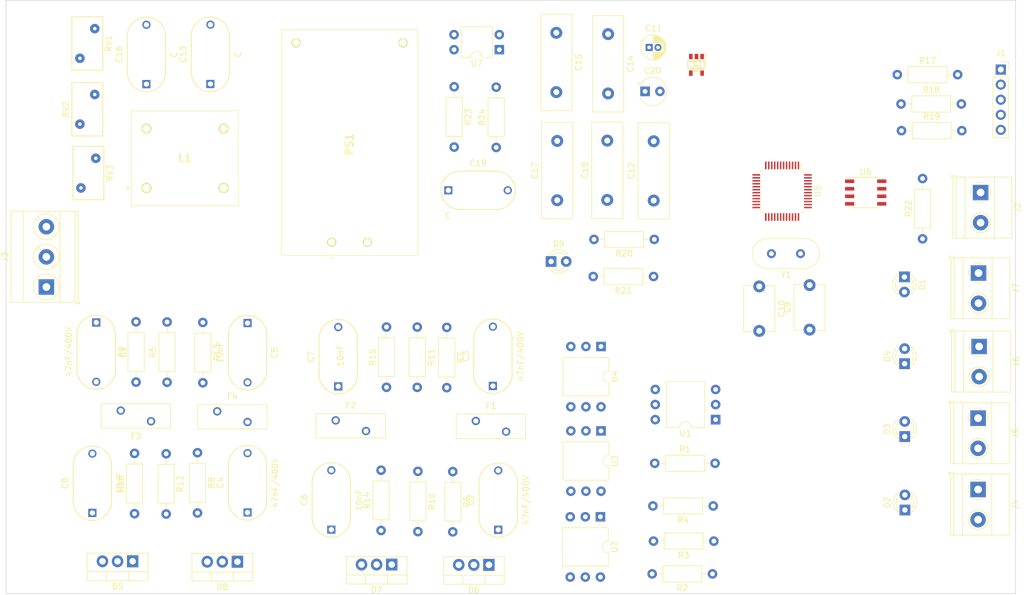
<source format=kicad_pcb>
(kicad_pcb (version 20171130) (host pcbnew 5.0.2-bee76a0~70~ubuntu16.04.1)
  (layers (0 F.Cu signal) (31 B.Cu signal) (34 B.Paste user) (35 F.Paste user) (36 B.SilkS user) (37 F.SilkS user) (38 B.Mask user) (39 F.Mask user) (44 Edge.Cuts user))
  (net 0 "")
  (net 1 "Net-(C3-Pad1)")
  (net 2 /Zero)
  (net 3 GND)
  (net 4 "Net-(R1-Pad2)")
  (net 5 "Net-(C1-Pad1)")
  (net 6 "Net-(C2-Pad1)")
  (net 7 "Net-(U1-Pad3)")
  (net 8 "Net-(U1-Pad5)")
  (net 9 /OUT_4)
  (net 10 /OUT_1)
  (net 11 /OUT_2)
  (net 12 /OUT_3)
  (net 13 "Net-(C4-Pad1)")
  (net 14 "Net-(C5-Pad1)")
  (net 15 "Net-(C6-Pad1)")
  (net 16 "Net-(C7-Pad1)")
  (net 17 "Net-(C8-Pad1)")
  (net 18 /OSC_IN)
  (net 19 /OSC_OUT)
  (net 20 +5V)
  (net 21 /NRST)
  (net 22 /AC_F1)
  (net 23 /AC_F2)
  (net 24 VCC)
  (net 25 /AC_Line1)
  (net 26 /AC_Line2)
  (net 27 "Net-(C19-Pad2)")
  (net 28 "Net-(D1-Pad2)")
  (net 29 "Net-(D2-Pad2)")
  (net 30 "Net-(D3-Pad2)")
  (net 31 "Net-(D4-Pad2)")
  (net 32 "Net-(D5-Pad3)")
  (net 33 /F4)
  (net 34 /F1)
  (net 35 "Net-(D6-Pad3)")
  (net 36 /F2)
  (net 37 "Net-(D7-Pad3)")
  (net 38 "Net-(D8-Pad3)")
  (net 39 /F3)
  (net 40 "Net-(D9-Pad2)")
  (net 41 "Net-(J1-Pad2)")
  (net 42 "Net-(J1-Pad3)")
  (net 43 "Net-(J1-Pad4)")
  (net 44 /CANL)
  (net 45 /CANH)
  (net 46 "Net-(J3-Pad2)")
  (net 47 "Net-(Q1-Pad4)")
  (net 48 /ON4)
  (net 49 /ON1)
  (net 50 "Net-(R2-Pad2)")
  (net 51 "Net-(R3-Pad2)")
  (net 52 /ON2)
  (net 53 "Net-(R4-Pad2)")
  (net 54 /ON3)
  (net 55 "Net-(R5-Pad1)")
  (net 56 "Net-(R6-Pad1)")
  (net 57 "Net-(R7-Pad1)")
  (net 58 "Net-(R8-Pad1)")
  (net 59 /JTMS)
  (net 60 /JTCK)
  (net 61 "Net-(R24-Pad2)")
  (net 62 "Net-(U2-Pad5)")
  (net 63 "Net-(U2-Pad3)")
  (net 64 "Net-(U3-Pad3)")
  (net 65 "Net-(U3-Pad5)")
  (net 66 "Net-(U4-Pad3)")
  (net 67 "Net-(U4-Pad5)")
  (net 68 "Net-(U5-Pad2)")
  (net 69 "Net-(U5-Pad3)")
  (net 70 "Net-(U5-Pad4)")
  (net 71 "Net-(U5-Pad10)")
  (net 72 "Net-(U5-Pad11)")
  (net 73 "Net-(U5-Pad12)")
  (net 74 "Net-(U5-Pad13)")
  (net 75 "Net-(U5-Pad18)")
  (net 76 "Net-(U5-Pad19)")
  (net 77 "Net-(U5-Pad20)")
  (net 78 "Net-(U5-Pad21)")
  (net 79 "Net-(U5-Pad22)")
  (net 80 "Net-(U5-Pad25)")
  (net 81 "Net-(U5-Pad26)")
  (net 82 "Net-(U5-Pad27)")
  (net 83 "Net-(U5-Pad28)")
  (net 84 "Net-(U5-Pad29)")
  (net 85 "Net-(U5-Pad30)")
  (net 86 "Net-(U5-Pad31)")
  (net 87 /RxD)
  (net 88 /TxD)
  (net 89 "Net-(U5-Pad38)")
  (net 90 "Net-(U5-Pad39)")
  (net 91 "Net-(U5-Pad40)")
  (net 92 "Net-(U5-Pad41)")
  (net 93 "Net-(U5-Pad42)")
  (net 94 "Net-(U5-Pad43)")
  (net 95 "Net-(U5-Pad44)")
  (net 96 "Net-(U5-Pad45)")
  (net 97 "Net-(U5-Pad46)")
  (net 98 "Net-(U6-Pad5)")
  (module ul_ECWF4473JL:ECW-F4473JL (layer F.Cu) (at 63.325 88.1 270)
    (fp_text reference C1 (at 0.01 -4.58 270) (layer F.SilkS))
    (fp_text value 47nF/400V (at -0.03 4.64 270) (layer F.SilkS))
    (fp_text user " " (at 0.05 6.2 270) (layer F.SilkS))
    (pad 2 thru_hole circle (at 5 0 270) (size 1.3716 1.3716) (drill 0.8636) (layers *.Cu *.Mask) (net 9 /OUT_4))
    (pad 1 thru_hole rect (at -5 0 270) (size 1.3716 1.3716) (drill 0.8636) (layers *.Cu *.Mask) (net 5 "Net-(C1-Pad1)"))
  )
  (module ul_ECWF4473JL:ECW-F4473JL (layer F.Cu) (at 131.016066 113.036043 90)
    (fp_text reference C2 (at 0.01 -4.58 90) (layer F.SilkS))
    (fp_text value 47nF/400V (at -0.03 4.64 90) (layer F.SilkS))
    (fp_text user " " (at 0.05 6.2 90) (layer F.SilkS))
    (pad 2 thru_hole circle (at 5 0 90) (size 1.3716 1.3716) (drill 0.8636) (layers *.Cu *.Mask) (net 10 /OUT_1))
    (pad 1 thru_hole rect (at -5 0 90) (size 1.3716 1.3716) (drill 0.8636) (layers *.Cu *.Mask) (net 6 "Net-(C2-Pad1)"))
  )
  (module ul_ECWF4473JL:ECW-F4473JL (layer F.Cu) (at 130.125 88.8 90)
    (fp_text reference C3 (at 0.01 -4.58 90) (layer F.SilkS))
    (fp_text value 47nF/400V (at -0.03 4.64 90) (layer F.SilkS))
    (fp_text user " " (at 0.05 6.2 90) (layer F.SilkS))
    (pad 1 thru_hole rect (at -5 0 90) (size 1.3716 1.3716) (drill 0.8636) (layers *.Cu *.Mask) (net 1 "Net-(C3-Pad1)"))
    (pad 2 thru_hole circle (at 5 0 90) (size 1.3716 1.3716) (drill 0.8636) (layers *.Cu *.Mask) (net 11 /OUT_2))
  )
  (module ul_ECWF4473JL:ECW-F4473JL (layer F.Cu) (at 88.8 110.125 90)
    (fp_text reference C4 (at 0.01 -4.58 90) (layer F.SilkS))
    (fp_text value 47nF/400V (at -0.03 4.64 90) (layer F.SilkS))
    (fp_text user " " (at 0.05 6.2 90) (layer F.SilkS))
    (pad 2 thru_hole circle (at 5 0 90) (size 1.3716 1.3716) (drill 0.8636) (layers *.Cu *.Mask) (net 12 /OUT_3))
    (pad 1 thru_hole rect (at -5 0 90) (size 1.3716 1.3716) (drill 0.8636) (layers *.Cu *.Mask) (net 13 "Net-(C4-Pad1)"))
  )
  (module ul_ECWF4473JL:ECW-F4473JL (layer F.Cu) (at 88.8 88.2 270)
    (fp_text reference C5 (at 0.01 -4.58 270) (layer F.SilkS))
    (fp_text value 10nF (at -0.03 4.64 270) (layer F.SilkS))
    (fp_text user " " (at 0.05 6.2 270) (layer F.SilkS))
    (pad 1 thru_hole rect (at -5 0 270) (size 1.3716 1.3716) (drill 0.8636) (layers *.Cu *.Mask) (net 14 "Net-(C5-Pad1)"))
    (pad 2 thru_hole circle (at 5 0 270) (size 1.3716 1.3716) (drill 0.8636) (layers *.Cu *.Mask) (net 9 /OUT_4))
  )
  (module ul_ECWF4473JL:ECW-F4473JL (layer F.Cu) (at 102.916066 113.011043 90)
    (fp_text reference C6 (at 0.01 -4.58 90) (layer F.SilkS))
    (fp_text value 10nF (at -0.03 4.64 90) (layer F.SilkS))
    (fp_text user " " (at 0.05 6.2 90) (layer F.SilkS))
    (pad 1 thru_hole rect (at -5 0 90) (size 1.3716 1.3716) (drill 0.8636) (layers *.Cu *.Mask) (net 15 "Net-(C6-Pad1)"))
    (pad 2 thru_hole circle (at 5 0 90) (size 1.3716 1.3716) (drill 0.8636) (layers *.Cu *.Mask) (net 10 /OUT_1))
  )
  (module ul_ECWF4473JL:ECW-F4473JL (layer F.Cu) (at 104.075 88.875 90)
    (fp_text reference C7 (at 0.01 -4.58 90) (layer F.SilkS))
    (fp_text value 10nF (at 0.175 0.375 90) (layer F.SilkS))
    (fp_text user " " (at 0.05 6.2 90) (layer F.SilkS))
    (pad 2 thru_hole circle (at 5 0 90) (size 1.3716 1.3716) (drill 0.8636) (layers *.Cu *.Mask) (net 11 /OUT_2))
    (pad 1 thru_hole rect (at -5 0 90) (size 1.3716 1.3716) (drill 0.8636) (layers *.Cu *.Mask) (net 16 "Net-(C7-Pad1)"))
  )
  (module ul_ECWF4473JL:ECW-F4473JL (layer F.Cu) (at 62.675 110.2 90)
    (fp_text reference C8 (at 0.01 -4.58 90) (layer F.SilkS))
    (fp_text value 10nF (at -0.03 4.64 90) (layer F.SilkS))
    (fp_text user " " (at 0.05 6.2 90) (layer F.SilkS))
    (pad 2 thru_hole circle (at 5 0 90) (size 1.3716 1.3716) (drill 0.8636) (layers *.Cu *.Mask) (net 12 /OUT_3))
    (pad 1 thru_hole rect (at -5 0 90) (size 1.3716 1.3716) (drill 0.8636) (layers *.Cu *.Mask) (net 17 "Net-(C8-Pad1)"))
  )
  (module Capacitor_THT:C_Disc_D7.5mm_W5.0mm_P7.50mm (layer F.Cu) (at 183.45 84.3 90)
    (fp_text reference C9 (at 3.75 -3.75 90) (layer F.SilkS))
    (fp_text value 22pF)
    (pad 1 thru_hole circle (at 0 0 90) (size 2 2) (drill 1) (layers *.Cu *.Mask) (net 18 /OSC_IN))
    (pad 2 thru_hole circle (at 7.5 0 90) (size 2 2) (drill 1) (layers *.Cu *.Mask) (net 3 GND))
  )
  (module Capacitor_THT:C_Disc_D7.5mm_W5.0mm_P7.50mm (layer F.Cu) (at 174.975 77.025 270)
    (fp_text reference C10 (at 3.75 -3.75 270) (layer F.SilkS))
    (fp_text value 22pF)
    (pad 2 thru_hole circle (at 7.5 0 270) (size 2 2) (drill 1) (layers *.Cu *.Mask) (net 3 GND))
    (pad 1 thru_hole circle (at 0 0 270) (size 2 2) (drill 1) (layers *.Cu *.Mask) (net 19 /OSC_OUT))
  )
  (module Capacitor_THT:CP_Radial_D4.0mm_P1.50mm (layer F.Cu) (at 156.425 36.75)
    (fp_text reference C11 (at 0.75 -3.25) (layer F.SilkS))
    (fp_text value CP)
    (pad 1 thru_hole rect (at 0 0) (size 1.2 1.2) (drill 0.6) (layers *.Cu *.Mask) (net 20 +5V))
    (pad 2 thru_hole circle (at 1.5 0) (size 1.2 1.2) (drill 0.6) (layers *.Cu *.Mask) (net 3 GND))
  )
  (module Capacitor_THT:C_Disc_D16.0mm_W5.0mm_P10.00mm (layer F.Cu) (at 157.2 62.55 90)
    (fp_text reference C12 (at 5 -3.75 90) (layer F.SilkS))
    (fp_text value 100nF)
    (pad 1 thru_hole circle (at 0 0 90) (size 2 2) (drill 1) (layers *.Cu *.Mask) (net 3 GND))
    (pad 2 thru_hole circle (at 10 0 90) (size 2 2) (drill 1) (layers *.Cu *.Mask) (net 21 /NRST))
  )
  (module ul_ECWF4473JL:ECW-F4473JL (layer F.Cu) (at 82.55 37.9 90)
    (fp_text reference C13 (at 0.01 -4.58 90) (layer F.SilkS))
    (fp_text value C (at -0.03 4.64 90) (layer F.SilkS))
    (fp_text user " " (at 0.05 6.2 90) (layer F.SilkS))
    (pad 1 thru_hole rect (at -5 0 90) (size 1.3716 1.3716) (drill 0.8636) (layers *.Cu *.Mask) (net 22 /AC_F1))
    (pad 2 thru_hole circle (at 5 0 90) (size 1.3716 1.3716) (drill 0.8636) (layers *.Cu *.Mask) (net 23 /AC_F2))
  )
  (module Capacitor_THT:C_Disc_D16.0mm_W5.0mm_P10.00mm (layer F.Cu) (at 149.525 34.5 270)
    (fp_text reference C14 (at 5 -3.75 270) (layer F.SilkS))
    (fp_text value 100nF)
    (pad 2 thru_hole circle (at 10 0 270) (size 2 2) (drill 1) (layers *.Cu *.Mask) (net 24 VCC))
    (pad 1 thru_hole circle (at 0 0 270) (size 2 2) (drill 1) (layers *.Cu *.Mask) (net 3 GND))
  )
  (module Capacitor_THT:C_Disc_D16.0mm_W5.0mm_P10.00mm (layer F.Cu) (at 140.8 34.275 270)
    (fp_text reference C15 (at 5 -3.75 270) (layer F.SilkS))
    (fp_text value 100nF)
    (pad 1 thru_hole circle (at 0 0 270) (size 2 2) (drill 1) (layers *.Cu *.Mask) (net 3 GND))
    (pad 2 thru_hole circle (at 10 0 270) (size 2 2) (drill 1) (layers *.Cu *.Mask) (net 24 VCC))
  )
  (module ul_ECWF4473JL:ECW-F4473JL (layer F.Cu) (at 71.775 37.925 90)
    (fp_text reference C16 (at 0.01 -4.58 90) (layer F.SilkS))
    (fp_text value C (at -0.03 4.64 90) (layer F.SilkS))
    (fp_text user " " (at 0.05 6.2 90) (layer F.SilkS))
    (pad 1 thru_hole rect (at -5 0 90) (size 1.3716 1.3716) (drill 0.8636) (layers *.Cu *.Mask) (net 25 /AC_Line1))
    (pad 2 thru_hole circle (at 5 0 90) (size 1.3716 1.3716) (drill 0.8636) (layers *.Cu *.Mask) (net 26 /AC_Line2))
  )
  (module Capacitor_THT:C_Disc_D16.0mm_W5.0mm_P10.00mm (layer F.Cu) (at 140.95 62.5 90)
    (fp_text reference C17 (at 5 -3.75 90) (layer F.SilkS))
    (fp_text value 100nF)
    (pad 2 thru_hole circle (at 10 0 90) (size 2 2) (drill 1) (layers *.Cu *.Mask) (net 24 VCC))
    (pad 1 thru_hole circle (at 0 0 90) (size 2 2) (drill 1) (layers *.Cu *.Mask) (net 3 GND))
  )
  (module Capacitor_THT:C_Disc_D16.0mm_W5.0mm_P10.00mm (layer F.Cu) (at 149.375 62.45 90)
    (fp_text reference C18 (at 5 -3.75 90) (layer F.SilkS))
    (fp_text value 100nF)
    (pad 1 thru_hole circle (at 0 0 90) (size 2 2) (drill 1) (layers *.Cu *.Mask) (net 3 GND))
    (pad 2 thru_hole circle (at 10 0 90) (size 2 2) (drill 1) (layers *.Cu *.Mask) (net 24 VCC))
  )
  (module ul_ECWF4473JL:ECW-F4473JL (layer F.Cu) (at 127.625 60.825)
    (fp_text reference C19 (at 0.01 -4.58) (layer F.SilkS))
    (fp_text value C (at -5.075 4.275) (layer F.SilkS))
    (fp_text user " " (at 0.05 6.2) (layer F.SilkS))
    (pad 1 thru_hole rect (at -5 0) (size 1.3716 1.3716) (drill 0.8636) (layers *.Cu *.Mask) (net 22 /AC_F1))
    (pad 2 thru_hole circle (at 5 0) (size 1.3716 1.3716) (drill 0.8636) (layers *.Cu *.Mask) (net 27 "Net-(C19-Pad2)"))
  )
  (module Capacitor_THT:CP_Radial_Tantal_D4.5mm_P2.50mm (layer F.Cu) (at 155.75 44.15)
    (fp_text reference C20 (at 1.25 -3.5) (layer F.SilkS))
    (fp_text value 1uF)
    (pad 1 thru_hole rect (at 0 0) (size 1.6 1.6) (drill 0.8) (layers *.Cu *.Mask) (net 24 VCC))
    (pad 2 thru_hole circle (at 2.5 0) (size 1.6 1.6) (drill 0.8) (layers *.Cu *.Mask) (net 3 GND))
  )
  (module LED_THT:LED_D3.0mm_Clear (layer F.Cu) (at 199.425 75.425 270)
    (fp_text reference D1 (at 1.27 -2.96 270) (layer F.SilkS))
    (fp_text value LED)
    (pad 1 thru_hole rect (at 0 0 270) (size 1.8 1.8) (drill 0.9) (layers *.Cu *.Mask) (net 3 GND))
    (pad 2 thru_hole circle (at 2.54 0 270) (size 1.8 1.8) (drill 0.9) (layers *.Cu *.Mask) (net 28 "Net-(D1-Pad2)"))
  )
  (module LED_THT:LED_D3.0mm_Clear (layer F.Cu) (at 199.5 114.7 90)
    (fp_text reference D2 (at 1.27 -2.96 90) (layer F.SilkS))
    (fp_text value LED)
    (pad 2 thru_hole circle (at 2.54 0 90) (size 1.8 1.8) (drill 0.9) (layers *.Cu *.Mask) (net 29 "Net-(D2-Pad2)"))
    (pad 1 thru_hole rect (at 0 0 90) (size 1.8 1.8) (drill 0.9) (layers *.Cu *.Mask) (net 3 GND))
  )
  (module LED_THT:LED_D3.0mm_Clear (layer F.Cu) (at 199.475 102.325 90)
    (fp_text reference D3 (at 1.27 -2.96 90) (layer F.SilkS))
    (fp_text value LED)
    (pad 1 thru_hole rect (at 0 0 90) (size 1.8 1.8) (drill 0.9) (layers *.Cu *.Mask) (net 3 GND))
    (pad 2 thru_hole circle (at 2.54 0 90) (size 1.8 1.8) (drill 0.9) (layers *.Cu *.Mask) (net 30 "Net-(D3-Pad2)"))
  )
  (module LED_THT:LED_D3.0mm_Clear (layer F.Cu) (at 199.45 90.05 90)
    (fp_text reference D4 (at 1.27 -2.96 90) (layer F.SilkS))
    (fp_text value LED)
    (pad 2 thru_hole circle (at 2.54 0 90) (size 1.8 1.8) (drill 0.9) (layers *.Cu *.Mask) (net 31 "Net-(D4-Pad2)"))
    (pad 1 thru_hole rect (at 0 0 90) (size 1.8 1.8) (drill 0.9) (layers *.Cu *.Mask) (net 3 GND))
  )
  (module Package_TO_SOT_THT:TO-220-3_Vertical (layer F.Cu) (at 69.45 123.35 180)
    (fp_text reference D5 (at 2.54 -4.27 180) (layer F.SilkS))
    (fp_text value "BTA08-400BRG ")
    (pad 3 thru_hole oval (at 5.08 0 180) (size 1.905 2) (drill 1.1) (layers *.Cu *.Mask) (net 32 "Net-(D5-Pad3)"))
    (pad 2 thru_hole oval (at 2.54 0 180) (size 1.905 2) (drill 1.1) (layers *.Cu *.Mask) (net 9 /OUT_4))
    (pad 1 thru_hole rect (at 0 0 180) (size 1.905 2) (drill 1.1) (layers *.Cu *.Mask) (net 33 /F4))
  )
  (module Package_TO_SOT_THT:TO-220-3_Vertical (layer F.Cu) (at 129.45 123.95 180)
    (fp_text reference D6 (at 2.54 -4.27 180) (layer F.SilkS))
    (fp_text value "BTA08-400BRG ")
    (pad 1 thru_hole rect (at 0 0 180) (size 1.905 2) (drill 1.1) (layers *.Cu *.Mask) (net 34 /F1))
    (pad 2 thru_hole oval (at 2.54 0 180) (size 1.905 2) (drill 1.1) (layers *.Cu *.Mask) (net 10 /OUT_1))
    (pad 3 thru_hole oval (at 5.08 0 180) (size 1.905 2) (drill 1.1) (layers *.Cu *.Mask) (net 35 "Net-(D6-Pad3)"))
  )
  (module Package_TO_SOT_THT:TO-220-3_Vertical (layer F.Cu) (at 113.075 123.9 180)
    (fp_text reference D7 (at 2.54 -4.27 180) (layer F.SilkS))
    (fp_text value "BTA08-400BRG ")
    (pad 1 thru_hole rect (at 0 0 180) (size 1.905 2) (drill 1.1) (layers *.Cu *.Mask) (net 36 /F2))
    (pad 2 thru_hole oval (at 2.54 0 180) (size 1.905 2) (drill 1.1) (layers *.Cu *.Mask) (net 11 /OUT_2))
    (pad 3 thru_hole oval (at 5.08 0 180) (size 1.905 2) (drill 1.1) (layers *.Cu *.Mask) (net 37 "Net-(D7-Pad3)"))
  )
  (module Package_TO_SOT_THT:TO-220-3_Vertical (layer F.Cu) (at 87.1 123.425 180)
    (fp_text reference D8 (at 2.54 -4.27 180) (layer F.SilkS))
    (fp_text value "BTA08-400BRG ")
    (pad 3 thru_hole oval (at 5.08 0 180) (size 1.905 2) (drill 1.1) (layers *.Cu *.Mask) (net 38 "Net-(D8-Pad3)"))
    (pad 2 thru_hole oval (at 2.54 0 180) (size 1.905 2) (drill 1.1) (layers *.Cu *.Mask) (net 12 /OUT_3))
    (pad 1 thru_hole rect (at 0 0 180) (size 1.905 2) (drill 1.1) (layers *.Cu *.Mask) (net 39 /F3))
  )
  (module LED_THT:LED_D3.0mm (layer F.Cu) (at 139.925 72.825)
    (fp_text reference D9 (at 1.27 -2.96) (layer F.SilkS))
    (fp_text value LED)
    (pad 1 thru_hole rect (at 0 0) (size 1.8 1.8) (drill 0.9) (layers *.Cu *.Mask) (net 3 GND))
    (pad 2 thru_hole circle (at 2.54 0) (size 1.8 1.8) (drill 0.9) (layers *.Cu *.Mask) (net 40 "Net-(D9-Pad2)"))
  )
  (module Fuse:Fuse_BelFuse_0ZRE0033FF_L11.4mm_W3.8mm (layer F.Cu) (at 127.25 99.7)
    (fp_text reference F1 (at 2.54 -2.54) (layer F.SilkS))
    (fp_text value Fuse)
    (pad 1 thru_hole circle (at 0 0) (size 1.4 1.4) (drill 0.85) (layers *.Cu *.Mask) (net 22 /AC_F1))
    (pad 2 thru_hole circle (at 5.1 1.8) (size 1.4 1.4) (drill 0.85) (layers *.Cu *.Mask) (net 34 /F1))
  )
  (module Fuse:Fuse_BelFuse_0ZRE0033FF_L11.4mm_W3.8mm (layer F.Cu) (at 103.65 99.6)
    (fp_text reference F2 (at 2.54 -2.54) (layer F.SilkS))
    (fp_text value Fuse)
    (pad 2 thru_hole circle (at 5.1 1.8) (size 1.4 1.4) (drill 0.85) (layers *.Cu *.Mask) (net 36 /F2))
    (pad 1 thru_hole circle (at 0 0) (size 1.4 1.4) (drill 0.85) (layers *.Cu *.Mask) (net 22 /AC_F1))
  )
  (module Fuse:Fuse_BelFuse_0ZRE0033FF_L11.4mm_W3.8mm (layer F.Cu) (at 72.55 99.75 180)
    (fp_text reference F3 (at 2.54 -2.54 180) (layer F.SilkS))
    (fp_text value Fuse)
    (pad 2 thru_hole circle (at 5.1 1.8 180) (size 1.4 1.4) (drill 0.85) (layers *.Cu *.Mask) (net 39 /F3))
    (pad 1 thru_hole circle (at 0 0 180) (size 1.4 1.4) (drill 0.85) (layers *.Cu *.Mask) (net 22 /AC_F1))
  )
  (module Fuse:Fuse_BelFuse_0ZRE0033FF_L11.4mm_W3.8mm (layer F.Cu) (at 83.7 98.075)
    (fp_text reference F4 (at 2.54 -2.54) (layer F.SilkS))
    (fp_text value Fuse)
    (pad 1 thru_hole circle (at 0 0) (size 1.4 1.4) (drill 0.85) (layers *.Cu *.Mask) (net 22 /AC_F1))
    (pad 2 thru_hole circle (at 5.1 1.8) (size 1.4 1.4) (drill 0.85) (layers *.Cu *.Mask) (net 33 /F4))
  )
  (module Connector_PinSocket_2.54mm:PinSocket_1x05_P2.54mm_Vertical (layer F.Cu) (at 215.65 40.475)
    (fp_text reference J1 (at 0 -2.77) (layer F.SilkS))
    (fp_text value Conn_SWD)
    (pad 1 thru_hole rect (at 0 0) (size 1.7 1.7) (drill 1) (layers *.Cu *.Mask) (net 24 VCC))
    (pad 2 thru_hole oval (at 0 2.54) (size 1.7 1.7) (drill 1) (layers *.Cu *.Mask) (net 41 "Net-(J1-Pad2)"))
    (pad 3 thru_hole oval (at 0 5.08) (size 1.7 1.7) (drill 1) (layers *.Cu *.Mask) (net 42 "Net-(J1-Pad3)"))
    (pad 4 thru_hole oval (at 0 7.62) (size 1.7 1.7) (drill 1) (layers *.Cu *.Mask) (net 43 "Net-(J1-Pad4)"))
    (pad 5 thru_hole oval (at 0 10.16) (size 1.7 1.7) (drill 1) (layers *.Cu *.Mask) (net 3 GND))
  )
  (module TerminalBlock_Phoenix:TerminalBlock_Phoenix_MKDS-1,5-2-5.08_1x02_P5.08mm_Horizontal (layer F.Cu) (at 212.25 61.2 270)
    (fp_text reference J2 (at 2.54 -6.26 270) (layer F.SilkS))
    (fp_text value "CAN Connector")
    (pad 2 thru_hole circle (at 5.08 0 270) (size 2.6 2.6) (drill 1.3) (layers *.Cu *.Mask) (net 44 /CANL))
    (pad 1 thru_hole rect (at 0 0 270) (size 2.6 2.6) (drill 1.3) (layers *.Cu *.Mask) (net 45 /CANH))
  )
  (module TerminalBlock_Phoenix:TerminalBlock_Phoenix_MKDS-3-3-5.08_1x03_P5.08mm_Horizontal (layer F.Cu) (at 54.925 77.125 90)
    (fp_text reference J3 (at 5.08 -6.96 90) (layer F.SilkS))
    (fp_text value "Input ")
    (pad 1 thru_hole rect (at 0 0 90) (size 2.6 2.6) (drill 1.3) (layers *.Cu *.Mask) (net 25 /AC_Line1))
    (pad 2 thru_hole circle (at 5.08 0 90) (size 2.6 2.6) (drill 1.3) (layers *.Cu *.Mask) (net 46 "Net-(J3-Pad2)"))
    (pad 3 thru_hole circle (at 10.16 0 90) (size 2.6 2.6) (drill 1.3) (layers *.Cu *.Mask) (net 26 /AC_Line2))
  )
  (module TerminalBlock_Phoenix:TerminalBlock_Phoenix_MKDS-1,5-2-5.08_1x02_P5.08mm_Horizontal (layer F.Cu) (at 211.825 111.25 270)
    (fp_text reference J4 (at 2.54 -6.26 270) (layer F.SilkS))
    (fp_text value Out1)
    (pad 1 thru_hole rect (at 0 0 270) (size 2.6 2.6) (drill 1.3) (layers *.Cu *.Mask) (net 23 /AC_F2))
    (pad 2 thru_hole circle (at 5.08 0 270) (size 2.6 2.6) (drill 1.3) (layers *.Cu *.Mask) (net 10 /OUT_1))
  )
  (module TerminalBlock_Phoenix:TerminalBlock_Phoenix_MKDS-1,5-2-5.08_1x02_P5.08mm_Horizontal (layer F.Cu) (at 211.825 99.225 270)
    (fp_text reference J5 (at 2.54 -6.26 270) (layer F.SilkS))
    (fp_text value Out2)
    (pad 1 thru_hole rect (at 0 0 270) (size 2.6 2.6) (drill 1.3) (layers *.Cu *.Mask) (net 23 /AC_F2))
    (pad 2 thru_hole circle (at 5.08 0 270) (size 2.6 2.6) (drill 1.3) (layers *.Cu *.Mask) (net 11 /OUT_2))
  )
  (module TerminalBlock_Phoenix:TerminalBlock_Phoenix_MKDS-1,5-2-5.08_1x02_P5.08mm_Horizontal (layer F.Cu) (at 212 87.15 270)
    (fp_text reference J6 (at 2.54 -6.26 270) (layer F.SilkS))
    (fp_text value Out3)
    (pad 2 thru_hole circle (at 5.08 0 270) (size 2.6 2.6) (drill 1.3) (layers *.Cu *.Mask) (net 12 /OUT_3))
    (pad 1 thru_hole rect (at 0 0 270) (size 2.6 2.6) (drill 1.3) (layers *.Cu *.Mask) (net 23 /AC_F2))
  )
  (module TerminalBlock_Phoenix:TerminalBlock_Phoenix_MKDS-1,5-2-5.08_1x02_P5.08mm_Horizontal (layer F.Cu) (at 211.9 74.775 270)
    (fp_text reference J7 (at 2.54 -6.26 270) (layer F.SilkS))
    (fp_text value Out4)
    (pad 1 thru_hole rect (at 0 0 270) (size 2.6 2.6) (drill 1.3) (layers *.Cu *.Mask) (net 23 /AC_F2))
    (pad 2 thru_hole circle (at 5.08 0 270) (size 2.6 2.6) (drill 1.3) (layers *.Cu *.Mask) (net 9 /OUT_4))
  )
  (module ul_CG0603MLC24LE:PLA10AN1522R0R2B (layer F.Cu) (at 71.775 60.425)
    (fp_text reference L1 (at 6.5 -5) (layer F.SilkS) (effects (font (size 1.27 1.27) (thickness 0.254))))
    (fp_text value L_Core hide)
    (pad 1 thru_hole circle (at 0 0 90) (size 1.65 1.65) (drill 1.1) (layers *.Cu *.Mask F.SilkS) (net 22 /AC_F1))
    (pad 2 thru_hole circle (at 0 -10 90) (size 1.65 1.65) (drill 1.1) (layers *.Cu *.Mask F.SilkS) (net 25 /AC_Line1))
    (pad 3 thru_hole circle (at 13 -10 90) (size 1.65 1.65) (drill 1.1) (layers *.Cu *.Mask F.SilkS) (net 23 /AC_F2))
    (pad 4 thru_hole circle (at 13 0 90) (size 1.65 1.65) (drill 1.1) (layers *.Cu *.Mask F.SilkS) (net 26 /AC_Line2))
  )
  (module ul_CG0603MLC24LE:HLK5M05 (layer F.Cu) (at 102.975 69.575 90)
    (fp_text reference PS1 (at 16.5 3 90) (layer F.SilkS) (effects (font (size 1.27 1.27) (thickness 0.254))))
    (fp_text value HLK-5M05 hide)
    (pad 1 thru_hole circle (at 0 0 180) (size 1.5 1.5) (drill 1) (layers *.Cu *.Mask F.SilkS) (net 22 /AC_F1))
    (pad 2 thru_hole circle (at 0 6 180) (size 1.5 1.5) (drill 1) (layers *.Cu *.Mask F.SilkS) (net 23 /AC_F2))
    (pad 3 thru_hole circle (at 33.6 -6 180) (size 1.5 1.5) (drill 1) (layers *.Cu *.Mask F.SilkS) (net 3 GND))
    (pad 4 thru_hole circle (at 33.6 12 180) (size 1.5 1.5) (drill 1) (layers *.Cu *.Mask F.SilkS) (net 20 +5V))
  )
  (module ul_CG0603MLC24LE:SOT95P280X120-5N (layer F.Cu) (at 164.4 39.675 270)
    (fp_text reference Q1 (at 0 0 270) (layer F.SilkS) (effects (font (size 1.27 1.27) (thickness 0.254))))
    (fp_text value XC6210B302MR-G hide)
    (pad 1 smd rect (at -1.4 -0.95) (size 0.6 0.9) (layers F.Cu F.Paste F.Mask) (net 20 +5V))
    (pad 2 smd rect (at -1.4 0) (size 0.6 0.9) (layers F.Cu F.Paste F.Mask) (net 3 GND))
    (pad 3 smd rect (at -1.4 0.95) (size 0.6 0.9) (layers F.Cu F.Paste F.Mask) (net 20 +5V))
    (pad 4 smd rect (at 1.4 0.95) (size 0.6 0.9) (layers F.Cu F.Paste F.Mask) (net 47 "Net-(Q1-Pad4)"))
    (pad 5 smd rect (at 1.4 -0.95) (size 0.6 0.9) (layers F.Cu F.Paste F.Mask) (net 24 VCC))
  )
  (module Resistor_THT:R_Axial_DIN0207_L6.3mm_D2.5mm_P10.16mm_Horizontal (layer F.Cu) (at 157.375 106.825)
    (fp_text reference R1 (at 5.08 -2.37) (layer F.SilkS))
    (fp_text value 330)
    (pad 2 thru_hole oval (at 10.16 0) (size 1.6 1.6) (drill 0.8) (layers *.Cu *.Mask) (net 4 "Net-(R1-Pad2)"))
    (pad 1 thru_hole circle (at 0 0) (size 1.6 1.6) (drill 0.8) (layers *.Cu *.Mask) (net 48 /ON4))
  )
  (module Resistor_THT:R_Axial_DIN0207_L6.3mm_D2.5mm_P10.16mm_Horizontal (layer F.Cu) (at 167.1 125.475 180)
    (fp_text reference R2 (at 5.08 -2.37 180) (layer F.SilkS))
    (fp_text value 330)
    (pad 1 thru_hole circle (at 0 0 180) (size 1.6 1.6) (drill 0.8) (layers *.Cu *.Mask) (net 49 /ON1))
    (pad 2 thru_hole oval (at 10.16 0 180) (size 1.6 1.6) (drill 0.8) (layers *.Cu *.Mask) (net 50 "Net-(R2-Pad2)"))
  )
  (module Resistor_THT:R_Axial_DIN0207_L6.3mm_D2.5mm_P10.16mm_Horizontal (layer F.Cu) (at 167.325 119.95 180)
    (fp_text reference R3 (at 5.08 -2.37 180) (layer F.SilkS))
    (fp_text value 330)
    (pad 2 thru_hole oval (at 10.16 0 180) (size 1.6 1.6) (drill 0.8) (layers *.Cu *.Mask) (net 51 "Net-(R3-Pad2)"))
    (pad 1 thru_hole circle (at 0 0 180) (size 1.6 1.6) (drill 0.8) (layers *.Cu *.Mask) (net 52 /ON2))
  )
  (module Resistor_THT:R_Axial_DIN0207_L6.3mm_D2.5mm_P10.16mm_Horizontal (layer F.Cu) (at 167.225 114.025 180)
    (fp_text reference R4 (at 5.08 -2.37 180) (layer F.SilkS))
    (fp_text value 330)
    (pad 2 thru_hole oval (at 10.16 0 180) (size 1.6 1.6) (drill 0.8) (layers *.Cu *.Mask) (net 53 "Net-(R4-Pad2)"))
    (pad 1 thru_hole circle (at 0 0 180) (size 1.6 1.6) (drill 0.8) (layers *.Cu *.Mask) (net 54 /ON3))
  )
  (module Resistor_THT:R_Axial_DIN0207_L6.3mm_D2.5mm_P10.16mm_Horizontal (layer F.Cu) (at 75.25 93.175 90)
    (fp_text reference R5 (at 5.08 -2.37 90) (layer F.SilkS))
    (fp_text value 360)
    (pad 1 thru_hole circle (at 0 0 90) (size 1.6 1.6) (drill 0.8) (layers *.Cu *.Mask) (net 55 "Net-(R5-Pad1)"))
    (pad 2 thru_hole oval (at 10.16 0 90) (size 1.6 1.6) (drill 0.8) (layers *.Cu *.Mask) (net 5 "Net-(C1-Pad1)"))
  )
  (module Resistor_THT:R_Axial_DIN0207_L6.3mm_D2.5mm_P10.16mm_Horizontal (layer F.Cu) (at 123.366066 108.236043 270)
    (fp_text reference R6 (at 5.08 -2.37 270) (layer F.SilkS))
    (fp_text value 360)
    (pad 1 thru_hole circle (at 0 0 270) (size 1.6 1.6) (drill 0.8) (layers *.Cu *.Mask) (net 56 "Net-(R6-Pad1)"))
    (pad 2 thru_hole oval (at 10.16 0 270) (size 1.6 1.6) (drill 0.8) (layers *.Cu *.Mask) (net 6 "Net-(C2-Pad1)"))
  )
  (module Resistor_THT:R_Axial_DIN0207_L6.3mm_D2.5mm_P10.16mm_Horizontal (layer F.Cu) (at 122.35 83.925 270)
    (fp_text reference R7 (at 5.08 -2.37 270) (layer F.SilkS))
    (fp_text value 360)
    (pad 1 thru_hole circle (at 0 0 270) (size 1.6 1.6) (drill 0.8) (layers *.Cu *.Mask) (net 57 "Net-(R7-Pad1)"))
    (pad 2 thru_hole oval (at 10.16 0 270) (size 1.6 1.6) (drill 0.8) (layers *.Cu *.Mask) (net 1 "Net-(C3-Pad1)"))
  )
  (module Resistor_THT:R_Axial_DIN0207_L6.3mm_D2.5mm_P10.16mm_Horizontal (layer F.Cu) (at 80.375 105.05 270)
    (fp_text reference R8 (at 5.08 -2.37 270) (layer F.SilkS))
    (fp_text value 360)
    (pad 1 thru_hole circle (at 0 0 270) (size 1.6 1.6) (drill 0.8) (layers *.Cu *.Mask) (net 58 "Net-(R8-Pad1)"))
    (pad 2 thru_hole oval (at 10.16 0 270) (size 1.6 1.6) (drill 0.8) (layers *.Cu *.Mask) (net 13 "Net-(C4-Pad1)"))
  )
  (module Resistor_THT:R_Axial_DIN0207_L6.3mm_D2.5mm_P10.16mm_Horizontal (layer F.Cu) (at 70.025 93.15 90)
    (fp_text reference R9 (at 5.08 -2.37 90) (layer F.SilkS))
    (fp_text value 470)
    (pad 2 thru_hole oval (at 10.16 0 90) (size 1.6 1.6) (drill 0.8) (layers *.Cu *.Mask) (net 5 "Net-(C1-Pad1)"))
    (pad 1 thru_hole circle (at 0 0 90) (size 1.6 1.6) (drill 0.8) (layers *.Cu *.Mask) (net 33 /F4))
  )
  (module Resistor_THT:R_Axial_DIN0207_L6.3mm_D2.5mm_P10.16mm_Horizontal (layer F.Cu) (at 117.491066 108.186043 270)
    (fp_text reference R10 (at 5.08 -2.37 270) (layer F.SilkS))
    (fp_text value 470)
    (pad 2 thru_hole oval (at 10.16 0 270) (size 1.6 1.6) (drill 0.8) (layers *.Cu *.Mask) (net 6 "Net-(C2-Pad1)"))
    (pad 1 thru_hole circle (at 0 0 270) (size 1.6 1.6) (drill 0.8) (layers *.Cu *.Mask) (net 34 /F1))
  )
  (module Resistor_THT:R_Axial_DIN0207_L6.3mm_D2.5mm_P10.16mm_Horizontal (layer F.Cu) (at 117.375 83.875 270)
    (fp_text reference R11 (at 5.08 -2.37 270) (layer F.SilkS))
    (fp_text value 470)
    (pad 2 thru_hole oval (at 10.16 0 270) (size 1.6 1.6) (drill 0.8) (layers *.Cu *.Mask) (net 1 "Net-(C3-Pad1)"))
    (pad 1 thru_hole circle (at 0 0 270) (size 1.6 1.6) (drill 0.8) (layers *.Cu *.Mask) (net 36 /F2))
  )
  (module Resistor_THT:R_Axial_DIN0207_L6.3mm_D2.5mm_P10.16mm_Horizontal (layer F.Cu) (at 75.1 105.225 270)
    (fp_text reference R12 (at 5.08 -2.37 270) (layer F.SilkS))
    (fp_text value 470)
    (pad 2 thru_hole oval (at 10.16 0 270) (size 1.6 1.6) (drill 0.8) (layers *.Cu *.Mask) (net 13 "Net-(C4-Pad1)"))
    (pad 1 thru_hole circle (at 0 0 270) (size 1.6 1.6) (drill 0.8) (layers *.Cu *.Mask) (net 39 /F3))
  )
  (module Resistor_THT:R_Axial_DIN0207_L6.3mm_D2.5mm_P10.16mm_Horizontal (layer F.Cu) (at 81.275 83.1 270)
    (fp_text reference R13 (at 5.08 -2.37 270) (layer F.SilkS))
    (fp_text value 39)
    (pad 1 thru_hole circle (at 0 0 270) (size 1.6 1.6) (drill 0.8) (layers *.Cu *.Mask) (net 14 "Net-(C5-Pad1)"))
    (pad 2 thru_hole oval (at 10.16 0 270) (size 1.6 1.6) (drill 0.8) (layers *.Cu *.Mask) (net 33 /F4))
  )
  (module Resistor_THT:R_Axial_DIN0207_L6.3mm_D2.5mm_P10.16mm_Horizontal (layer F.Cu) (at 111.291066 118.161043 90)
    (fp_text reference R14 (at 5.08 -2.37 90) (layer F.SilkS))
    (fp_text value 39)
    (pad 2 thru_hole oval (at 10.16 0 90) (size 1.6 1.6) (drill 0.8) (layers *.Cu *.Mask) (net 34 /F1))
    (pad 1 thru_hole circle (at 0 0 90) (size 1.6 1.6) (drill 0.8) (layers *.Cu *.Mask) (net 15 "Net-(C6-Pad1)"))
  )
  (module Resistor_THT:R_Axial_DIN0207_L6.3mm_D2.5mm_P10.16mm_Horizontal (layer F.Cu) (at 112.2 94.025 90)
    (fp_text reference R15 (at 5.08 -2.37 90) (layer F.SilkS))
    (fp_text value 39)
    (pad 1 thru_hole circle (at 0 0 90) (size 1.6 1.6) (drill 0.8) (layers *.Cu *.Mask) (net 16 "Net-(C7-Pad1)"))
    (pad 2 thru_hole oval (at 10.16 0 90) (size 1.6 1.6) (drill 0.8) (layers *.Cu *.Mask) (net 36 /F2))
  )
  (module Resistor_THT:R_Axial_DIN0207_L6.3mm_D2.5mm_P10.16mm_Horizontal (layer F.Cu) (at 69.775 115.325 90)
    (fp_text reference R16 (at 5.08 -2.37 90) (layer F.SilkS))
    (fp_text value 39)
    (pad 1 thru_hole circle (at 0 0 90) (size 1.6 1.6) (drill 0.8) (layers *.Cu *.Mask) (net 17 "Net-(C8-Pad1)"))
    (pad 2 thru_hole oval (at 10.16 0 90) (size 1.6 1.6) (drill 0.8) (layers *.Cu *.Mask) (net 39 /F3))
  )
  (module Resistor_THT:R_Axial_DIN0207_L6.3mm_D2.5mm_P10.16mm_Horizontal (layer F.Cu) (at 198.225 41.325)
    (fp_text reference R17 (at 5.08 -2.37) (layer F.SilkS))
    (fp_text value R)
    (pad 2 thru_hole oval (at 10.16 0) (size 1.6 1.6) (drill 0.8) (layers *.Cu *.Mask) (net 41 "Net-(J1-Pad2)"))
    (pad 1 thru_hole circle (at 0 0) (size 1.6 1.6) (drill 0.8) (layers *.Cu *.Mask) (net 59 /JTMS))
  )
  (module Resistor_THT:R_Axial_DIN0207_L6.3mm_D2.5mm_P10.16mm_Horizontal (layer F.Cu) (at 198.85 46.275)
    (fp_text reference R18 (at 5.08 -2.37) (layer F.SilkS))
    (fp_text value R)
    (pad 2 thru_hole oval (at 10.16 0) (size 1.6 1.6) (drill 0.8) (layers *.Cu *.Mask) (net 42 "Net-(J1-Pad3)"))
    (pad 1 thru_hole circle (at 0 0) (size 1.6 1.6) (drill 0.8) (layers *.Cu *.Mask) (net 21 /NRST))
  )
  (module Resistor_THT:R_Axial_DIN0207_L6.3mm_D2.5mm_P10.16mm_Horizontal (layer F.Cu) (at 198.925 50.775)
    (fp_text reference R19 (at 5.08 -2.37) (layer F.SilkS))
    (fp_text value R)
    (pad 1 thru_hole circle (at 0 0) (size 1.6 1.6) (drill 0.8) (layers *.Cu *.Mask) (net 60 /JTCK))
    (pad 2 thru_hole oval (at 10.16 0) (size 1.6 1.6) (drill 0.8) (layers *.Cu *.Mask) (net 43 "Net-(J1-Pad4)"))
  )
  (module Resistor_THT:R_Axial_DIN0207_L6.3mm_D2.5mm_P10.16mm_Horizontal (layer F.Cu) (at 157.3 69.1 180)
    (fp_text reference R20 (at 5.08 -2.37 180) (layer F.SilkS))
    (fp_text value R)
    (pad 1 thru_hole circle (at 0 0 180) (size 1.6 1.6) (drill 0.8) (layers *.Cu *.Mask) (net 24 VCC))
    (pad 2 thru_hole oval (at 10.16 0 180) (size 1.6 1.6) (drill 0.8) (layers *.Cu *.Mask) (net 40 "Net-(D9-Pad2)"))
  )
  (module Resistor_THT:R_Axial_DIN0207_L6.3mm_D2.5mm_P10.16mm_Horizontal (layer F.Cu) (at 157.175 75.35 180)
    (fp_text reference R21 (at 5.08 -2.37 180) (layer F.SilkS))
    (fp_text value 10k)
    (pad 1 thru_hole circle (at 0 0 180) (size 1.6 1.6) (drill 0.8) (layers *.Cu *.Mask) (net 24 VCC))
    (pad 2 thru_hole oval (at 10.16 0 180) (size 1.6 1.6) (drill 0.8) (layers *.Cu *.Mask) (net 21 /NRST))
  )
  (module Resistor_THT:R_Axial_DIN0207_L6.3mm_D2.5mm_P10.16mm_Horizontal (layer F.Cu) (at 202.475 69 90)
    (fp_text reference R22 (at 5.08 -2.37 90) (layer F.SilkS))
    (fp_text value 120)
    (pad 2 thru_hole oval (at 10.16 0 90) (size 1.6 1.6) (drill 0.8) (layers *.Cu *.Mask) (net 45 /CANH))
    (pad 1 thru_hole circle (at 0 0 90) (size 1.6 1.6) (drill 0.8) (layers *.Cu *.Mask) (net 44 /CANL))
  )
  (module Resistor_THT:R_Axial_DIN0207_L6.3mm_D2.5mm_P10.16mm_Horizontal (layer F.Cu) (at 123.6 43.375 270)
    (fp_text reference R23 (at 5.08 -2.37 270) (layer F.SilkS))
    (fp_text value 330)
    (pad 2 thru_hole oval (at 10.16 0 270) (size 1.6 1.6) (drill 0.8) (layers *.Cu *.Mask) (net 24 VCC))
    (pad 1 thru_hole circle (at 0 0 270) (size 1.6 1.6) (drill 0.8) (layers *.Cu *.Mask) (net 2 /Zero))
  )
  (module Resistor_THT:R_Axial_DIN0207_L6.3mm_D2.5mm_P10.16mm_Horizontal (layer F.Cu) (at 130.675 53.6 90)
    (fp_text reference R24 (at 5.08 -2.37 90) (layer F.SilkS))
    (fp_text value R)
    (pad 1 thru_hole circle (at 0 0 90) (size 1.6 1.6) (drill 0.8) (layers *.Cu *.Mask) (net 27 "Net-(C19-Pad2)"))
    (pad 2 thru_hole oval (at 10.16 0 90) (size 1.6 1.6) (drill 0.8) (layers *.Cu *.Mask) (net 61 "Net-(R24-Pad2)"))
  )
  (module Varistor:RV_Disc_D9mm_W5.2mm_P5mm (layer F.Cu) (at 60.575 38.575 90)
    (fp_text reference RV1 (at 2.5 4.85 90) (layer F.SilkS))
    (fp_text value Varistor)
    (pad 1 thru_hole circle (at 0 0 90) (size 1.6 1.6) (drill 0.6) (layers *.Cu *.Mask) (net 25 /AC_Line1))
    (pad 2 thru_hole circle (at 5 2.5 90) (size 1.6 1.6) (drill 0.6) (layers *.Cu *.Mask) (net 26 /AC_Line2))
  )
  (module Varistor:RV_Disc_D9mm_W5.2mm_P5mm (layer F.Cu) (at 63.075 44.675 270)
    (fp_text reference RV2 (at 2.5 4.85 270) (layer F.SilkS))
    (fp_text value Varistor)
    (pad 2 thru_hole circle (at 5 2.5 270) (size 1.6 1.6) (drill 0.6) (layers *.Cu *.Mask) (net 3 GND))
    (pad 1 thru_hole circle (at 0 0 270) (size 1.6 1.6) (drill 0.6) (layers *.Cu *.Mask) (net 26 /AC_Line2))
  )
  (module Varistor:RV_Disc_D9mm_W5.2mm_P5mm (layer F.Cu) (at 60.75 60.425 90)
    (fp_text reference RV3 (at 2.5 4.85 90) (layer F.SilkS))
    (fp_text value Varistor)
    (pad 1 thru_hole circle (at 0 0 90) (size 1.6 1.6) (drill 0.6) (layers *.Cu *.Mask) (net 25 /AC_Line1))
    (pad 2 thru_hole circle (at 5 2.5 90) (size 1.6 1.6) (drill 0.6) (layers *.Cu *.Mask) (net 3 GND))
  )
  (module Package_DIP:DIP-6_W10.16mm (layer F.Cu) (at 167.625 99.475 180)
    (fp_text reference U1 (at 5.08 -2.33 180) (layer F.SilkS))
    (fp_text value MOC3021M)
    (pad 1 thru_hole rect (at 0 0 180) (size 1.6 1.6) (drill 0.8) (layers *.Cu *.Mask) (net 4 "Net-(R1-Pad2)"))
    (pad 4 thru_hole oval (at 10.16 5.08 180) (size 1.6 1.6) (drill 0.8) (layers *.Cu *.Mask) (net 32 "Net-(D5-Pad3)"))
    (pad 2 thru_hole oval (at 0 2.54 180) (size 1.6 1.6) (drill 0.8) (layers *.Cu *.Mask) (net 28 "Net-(D1-Pad2)"))
    (pad 5 thru_hole oval (at 10.16 2.54 180) (size 1.6 1.6) (drill 0.8) (layers *.Cu *.Mask) (net 8 "Net-(U1-Pad5)"))
    (pad 3 thru_hole oval (at 0 5.08 180) (size 1.6 1.6) (drill 0.8) (layers *.Cu *.Mask) (net 7 "Net-(U1-Pad3)"))
    (pad 6 thru_hole oval (at 10.16 0 180) (size 1.6 1.6) (drill 0.8) (layers *.Cu *.Mask) (net 55 "Net-(R5-Pad1)"))
  )
  (module Package_DIP:DIP-6_W10.16mm (layer F.Cu) (at 148.225 115.85 270)
    (fp_text reference U2 (at 5.08 -2.33 270) (layer F.SilkS))
    (fp_text value MOC3021M)
    (pad 1 thru_hole rect (at 0 0 270) (size 1.6 1.6) (drill 0.8) (layers *.Cu *.Mask) (net 50 "Net-(R2-Pad2)"))
    (pad 4 thru_hole oval (at 10.16 5.08 270) (size 1.6 1.6) (drill 0.8) (layers *.Cu *.Mask) (net 35 "Net-(D6-Pad3)"))
    (pad 2 thru_hole oval (at 0 2.54 270) (size 1.6 1.6) (drill 0.8) (layers *.Cu *.Mask) (net 29 "Net-(D2-Pad2)"))
    (pad 5 thru_hole oval (at 10.16 2.54 270) (size 1.6 1.6) (drill 0.8) (layers *.Cu *.Mask) (net 62 "Net-(U2-Pad5)"))
    (pad 3 thru_hole oval (at 0 5.08 270) (size 1.6 1.6) (drill 0.8) (layers *.Cu *.Mask) (net 63 "Net-(U2-Pad3)"))
    (pad 6 thru_hole oval (at 10.16 0 270) (size 1.6 1.6) (drill 0.8) (layers *.Cu *.Mask) (net 56 "Net-(R6-Pad1)"))
  )
  (module Package_DIP:DIP-6_W10.16mm (layer F.Cu) (at 148.325 101.375 270)
    (fp_text reference U3 (at 5.08 -2.33 270) (layer F.SilkS))
    (fp_text value MOC3021M)
    (pad 6 thru_hole oval (at 10.16 0 270) (size 1.6 1.6) (drill 0.8) (layers *.Cu *.Mask) (net 57 "Net-(R7-Pad1)"))
    (pad 3 thru_hole oval (at 0 5.08 270) (size 1.6 1.6) (drill 0.8) (layers *.Cu *.Mask) (net 64 "Net-(U3-Pad3)"))
    (pad 5 thru_hole oval (at 10.16 2.54 270) (size 1.6 1.6) (drill 0.8) (layers *.Cu *.Mask) (net 65 "Net-(U3-Pad5)"))
    (pad 2 thru_hole oval (at 0 2.54 270) (size 1.6 1.6) (drill 0.8) (layers *.Cu *.Mask) (net 30 "Net-(D3-Pad2)"))
    (pad 4 thru_hole oval (at 10.16 5.08 270) (size 1.6 1.6) (drill 0.8) (layers *.Cu *.Mask) (net 37 "Net-(D7-Pad3)"))
    (pad 1 thru_hole rect (at 0 0 270) (size 1.6 1.6) (drill 0.8) (layers *.Cu *.Mask) (net 51 "Net-(R3-Pad2)"))
  )
  (module Package_DIP:DIP-6_W10.16mm (layer F.Cu) (at 148.325 87.15 270)
    (fp_text reference U4 (at 5.08 -2.33 270) (layer F.SilkS))
    (fp_text value MOC3021M)
    (pad 6 thru_hole oval (at 10.16 0 270) (size 1.6 1.6) (drill 0.8) (layers *.Cu *.Mask) (net 58 "Net-(R8-Pad1)"))
    (pad 3 thru_hole oval (at 0 5.08 270) (size 1.6 1.6) (drill 0.8) (layers *.Cu *.Mask) (net 66 "Net-(U4-Pad3)"))
    (pad 5 thru_hole oval (at 10.16 2.54 270) (size 1.6 1.6) (drill 0.8) (layers *.Cu *.Mask) (net 67 "Net-(U4-Pad5)"))
    (pad 2 thru_hole oval (at 0 2.54 270) (size 1.6 1.6) (drill 0.8) (layers *.Cu *.Mask) (net 31 "Net-(D4-Pad2)"))
    (pad 4 thru_hole oval (at 10.16 5.08 270) (size 1.6 1.6) (drill 0.8) (layers *.Cu *.Mask) (net 38 "Net-(D8-Pad3)"))
    (pad 1 thru_hole rect (at 0 0 270) (size 1.6 1.6) (drill 0.8) (layers *.Cu *.Mask) (net 53 "Net-(R4-Pad2)"))
  )
  (module Package_QFP:LQFP-48_7x7mm_P0.5mm (layer F.Cu) (at 178.825 60.975 270)
    (fp_text reference U5 (at 0 -6 270) (layer F.SilkS))
    (fp_text value STM32F103C8Tx)
    (pad 1 smd rect (at -4.35 -2.75 270) (size 1.3 0.25) (layers F.Cu F.Paste F.Mask) (net 24 VCC))
    (pad 2 smd rect (at -4.35 -2.25 270) (size 1.3 0.25) (layers F.Cu F.Paste F.Mask) (net 68 "Net-(U5-Pad2)"))
    (pad 3 smd rect (at -4.35 -1.75 270) (size 1.3 0.25) (layers F.Cu F.Paste F.Mask) (net 69 "Net-(U5-Pad3)"))
    (pad 4 smd rect (at -4.35 -1.25 270) (size 1.3 0.25) (layers F.Cu F.Paste F.Mask) (net 70 "Net-(U5-Pad4)"))
    (pad 5 smd rect (at -4.35 -0.75 270) (size 1.3 0.25) (layers F.Cu F.Paste F.Mask) (net 18 /OSC_IN))
    (pad 6 smd rect (at -4.35 -0.25 270) (size 1.3 0.25) (layers F.Cu F.Paste F.Mask) (net 19 /OSC_OUT))
    (pad 7 smd rect (at -4.35 0.25 270) (size 1.3 0.25) (layers F.Cu F.Paste F.Mask) (net 21 /NRST))
    (pad 8 smd rect (at -4.35 0.75 270) (size 1.3 0.25) (layers F.Cu F.Paste F.Mask) (net 3 GND))
    (pad 9 smd rect (at -4.35 1.25 270) (size 1.3 0.25) (layers F.Cu F.Paste F.Mask) (net 24 VCC))
    (pad 10 smd rect (at -4.35 1.75 270) (size 1.3 0.25) (layers F.Cu F.Paste F.Mask) (net 71 "Net-(U5-Pad10)"))
    (pad 11 smd rect (at -4.35 2.25 270) (size 1.3 0.25) (layers F.Cu F.Paste F.Mask) (net 72 "Net-(U5-Pad11)"))
    (pad 12 smd rect (at -4.35 2.75 270) (size 1.3 0.25) (layers F.Cu F.Paste F.Mask) (net 73 "Net-(U5-Pad12)"))
    (pad 13 smd rect (at -2.75 4.35) (size 1.3 0.25) (layers F.Cu F.Paste F.Mask) (net 74 "Net-(U5-Pad13)"))
    (pad 14 smd rect (at -2.25 4.35) (size 1.3 0.25) (layers F.Cu F.Paste F.Mask) (net 49 /ON1))
    (pad 15 smd rect (at -1.75 4.35) (size 1.3 0.25) (layers F.Cu F.Paste F.Mask) (net 52 /ON2))
    (pad 16 smd rect (at -1.25 4.35) (size 1.3 0.25) (layers F.Cu F.Paste F.Mask) (net 54 /ON3))
    (pad 17 smd rect (at -0.75 4.35) (size 1.3 0.25) (layers F.Cu F.Paste F.Mask) (net 48 /ON4))
    (pad 18 smd rect (at -0.25 4.35) (size 1.3 0.25) (layers F.Cu F.Paste F.Mask) (net 75 "Net-(U5-Pad18)"))
    (pad 19 smd rect (at 0.25 4.35) (size 1.3 0.25) (layers F.Cu F.Paste F.Mask) (net 76 "Net-(U5-Pad19)"))
    (pad 20 smd rect (at 0.75 4.35) (size 1.3 0.25) (layers F.Cu F.Paste F.Mask) (net 77 "Net-(U5-Pad20)"))
    (pad 21 smd rect (at 1.25 4.35) (size 1.3 0.25) (layers F.Cu F.Paste F.Mask) (net 78 "Net-(U5-Pad21)"))
    (pad 22 smd rect (at 1.75 4.35) (size 1.3 0.25) (layers F.Cu F.Paste F.Mask) (net 79 "Net-(U5-Pad22)"))
    (pad 23 smd rect (at 2.25 4.35) (size 1.3 0.25) (layers F.Cu F.Paste F.Mask) (net 3 GND))
    (pad 24 smd rect (at 2.75 4.35) (size 1.3 0.25) (layers F.Cu F.Paste F.Mask) (net 24 VCC))
    (pad 25 smd rect (at 4.35 2.75 270) (size 1.3 0.25) (layers F.Cu F.Paste F.Mask) (net 80 "Net-(U5-Pad25)"))
    (pad 26 smd rect (at 4.35 2.25 270) (size 1.3 0.25) (layers F.Cu F.Paste F.Mask) (net 81 "Net-(U5-Pad26)"))
    (pad 27 smd rect (at 4.35 1.75 270) (size 1.3 0.25) (layers F.Cu F.Paste F.Mask) (net 82 "Net-(U5-Pad27)"))
    (pad 28 smd rect (at 4.35 1.25 270) (size 1.3 0.25) (layers F.Cu F.Paste F.Mask) (net 83 "Net-(U5-Pad28)"))
    (pad 29 smd rect (at 4.35 0.75 270) (size 1.3 0.25) (layers F.Cu F.Paste F.Mask) (net 84 "Net-(U5-Pad29)"))
    (pad 30 smd rect (at 4.35 0.25 270) (size 1.3 0.25) (layers F.Cu F.Paste F.Mask) (net 85 "Net-(U5-Pad30)"))
    (pad 31 smd rect (at 4.35 -0.25 270) (size 1.3 0.25) (layers F.Cu F.Paste F.Mask) (net 86 "Net-(U5-Pad31)"))
    (pad 32 smd rect (at 4.35 -0.75 270) (size 1.3 0.25) (layers F.Cu F.Paste F.Mask) (net 87 /RxD))
    (pad 33 smd rect (at 4.35 -1.25 270) (size 1.3 0.25) (layers F.Cu F.Paste F.Mask) (net 88 /TxD))
    (pad 34 smd rect (at 4.35 -1.75 270) (size 1.3 0.25) (layers F.Cu F.Paste F.Mask) (net 59 /JTMS))
    (pad 35 smd rect (at 4.35 -2.25 270) (size 1.3 0.25) (layers F.Cu F.Paste F.Mask) (net 3 GND))
    (pad 36 smd rect (at 4.35 -2.75 270) (size 1.3 0.25) (layers F.Cu F.Paste F.Mask) (net 24 VCC))
    (pad 37 smd rect (at 2.75 -4.35) (size 1.3 0.25) (layers F.Cu F.Paste F.Mask) (net 60 /JTCK))
    (pad 38 smd rect (at 2.25 -4.35) (size 1.3 0.25) (layers F.Cu F.Paste F.Mask) (net 89 "Net-(U5-Pad38)"))
    (pad 39 smd rect (at 1.75 -4.35) (size 1.3 0.25) (layers F.Cu F.Paste F.Mask) (net 90 "Net-(U5-Pad39)"))
    (pad 40 smd rect (at 1.25 -4.35) (size 1.3 0.25) (layers F.Cu F.Paste F.Mask) (net 91 "Net-(U5-Pad40)"))
    (pad 41 smd rect (at 0.75 -4.35) (size 1.3 0.25) (layers F.Cu F.Paste F.Mask) (net 92 "Net-(U5-Pad41)"))
    (pad 42 smd rect (at 0.25 -4.35) (size 1.3 0.25) (layers F.Cu F.Paste F.Mask) (net 93 "Net-(U5-Pad42)"))
    (pad 43 smd rect (at -0.25 -4.35) (size 1.3 0.25) (layers F.Cu F.Paste F.Mask) (net 94 "Net-(U5-Pad43)"))
    (pad 44 smd rect (at -0.75 -4.35) (size 1.3 0.25) (layers F.Cu F.Paste F.Mask) (net 95 "Net-(U5-Pad44)"))
    (pad 45 smd rect (at -1.25 -4.35) (size 1.3 0.25) (layers F.Cu F.Paste F.Mask) (net 96 "Net-(U5-Pad45)"))
    (pad 46 smd rect (at -1.75 -4.35) (size 1.3 0.25) (layers F.Cu F.Paste F.Mask) (net 97 "Net-(U5-Pad46)"))
    (pad 47 smd rect (at -2.25 -4.35) (size 1.3 0.25) (layers F.Cu F.Paste F.Mask) (net 3 GND))
    (pad 48 smd rect (at -2.75 -4.35) (size 1.3 0.25) (layers F.Cu F.Paste F.Mask) (net 24 VCC))
  )
  (module Package_SO:SOIC-8_3.9x4.9mm_P1.27mm (layer F.Cu) (at 192.9 61.2)
    (fp_text reference U6 (at 0 -3.5) (layer F.SilkS))
    (fp_text value TJA1050T)
    (pad 1 smd rect (at -2.7 -1.905) (size 1.55 0.6) (layers F.Cu F.Paste F.Mask) (net 87 /RxD))
    (pad 2 smd rect (at -2.7 -0.635) (size 1.55 0.6) (layers F.Cu F.Paste F.Mask) (net 3 GND))
    (pad 3 smd rect (at -2.7 0.635) (size 1.55 0.6) (layers F.Cu F.Paste F.Mask) (net 24 VCC))
    (pad 4 smd rect (at -2.7 1.905) (size 1.55 0.6) (layers F.Cu F.Paste F.Mask) (net 88 /TxD))
    (pad 5 smd rect (at 2.7 1.905) (size 1.55 0.6) (layers F.Cu F.Paste F.Mask) (net 98 "Net-(U6-Pad5)"))
    (pad 6 smd rect (at 2.7 0.635) (size 1.55 0.6) (layers F.Cu F.Paste F.Mask) (net 44 /CANL))
    (pad 7 smd rect (at 2.7 -0.635) (size 1.55 0.6) (layers F.Cu F.Paste F.Mask) (net 45 /CANH))
    (pad 8 smd rect (at 2.7 -1.905) (size 1.55 0.6) (layers F.Cu F.Paste F.Mask) (net 3 GND))
  )
  (module Package_DIP:DIP-4_W7.62mm (layer F.Cu) (at 131.2 37.125 180)
    (fp_text reference U7 (at 3.81 -2.33 180) (layer F.SilkS))
    (fp_text value SFH620A-3X001)
    (pad 1 thru_hole rect (at 0 0 180) (size 1.6 1.6) (drill 0.8) (layers *.Cu *.Mask) (net 61 "Net-(R24-Pad2)"))
    (pad 3 thru_hole oval (at 7.62 2.54 180) (size 1.6 1.6) (drill 0.8) (layers *.Cu *.Mask) (net 3 GND))
    (pad 2 thru_hole oval (at 0 2.54 180) (size 1.6 1.6) (drill 0.8) (layers *.Cu *.Mask) (net 23 /AC_F2))
    (pad 4 thru_hole oval (at 7.62 0 180) (size 1.6 1.6) (drill 0.8) (layers *.Cu *.Mask) (net 2 /Zero))
  )
  (module Crystal:Crystal_HC18-U_Vertical (layer F.Cu) (at 181.925 71.5 180)
    (fp_text reference Y1 (at 2.45 -3.525 180) (layer F.SilkS))
    (fp_text value 8MHz)
    (pad 1 thru_hole circle (at 0 0 180) (size 1.5 1.5) (drill 0.8) (layers *.Cu *.Mask) (net 18 /OSC_IN))
    (pad 2 thru_hole circle (at 4.9 0 180) (size 1.5 1.5) (drill 0.8) (layers *.Cu *.Mask) (net 19 /OSC_OUT))
  )
  (gr_line (start 218.125 28.8) (end 218.125 128.8) (layer Edge.Cuts) (width 0.1))
  (gr_line (start 48.125 28.8) (end 218.125 28.8) (layer Edge.Cuts) (width 0.1))
  (gr_line (start 48.125 128.8) (end 48.125 28.8) (layer Edge.Cuts) (width 0.1))
  (gr_line (start 218.125 128.8) (end 48.125 128.8) (layer Edge.Cuts) (width 0.1))
)
</source>
